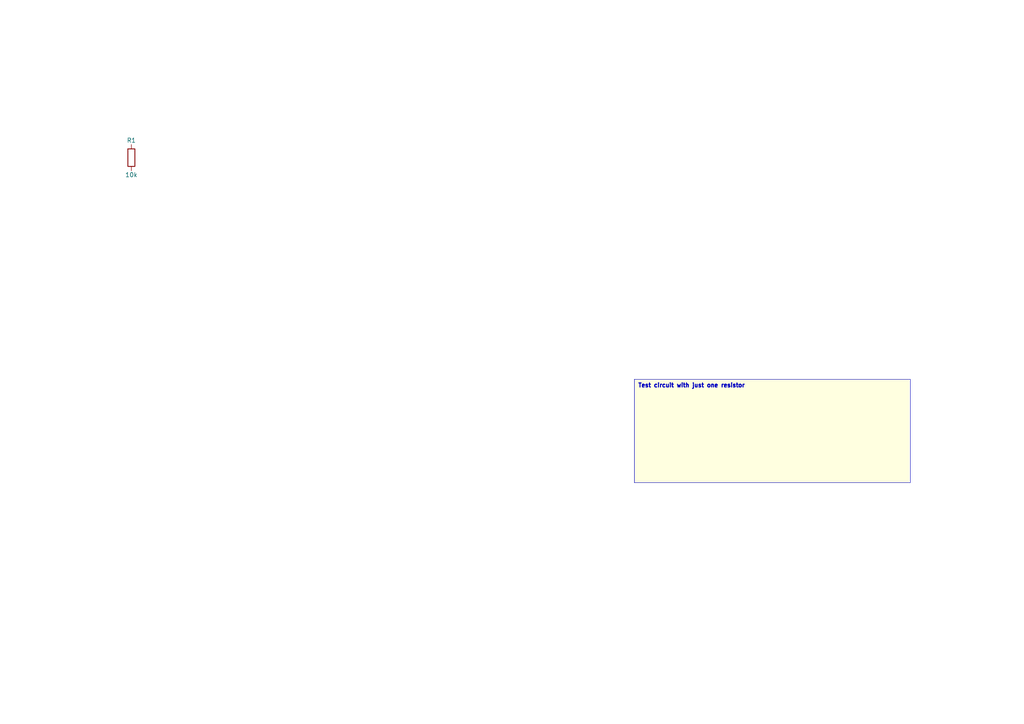
<source format=kicad_sch>
(kicad_sch (version 20250114) (generator "kicad_api") (generator_version 9.0)
  (paper A4)
  (paper A4)
  (lib_symbols
    (symbol "Device:R" (pin_numbers hide) (pin_names (offset 0.254))
      (property "Reference" "R" (at 0.0 0.0 0))
      (property "Value" "R" (at 0.0 0.0 0))
      (symbol "R_0_1"
        (rectangle (start -1.016 -2.54) (end 1.016 2.54) (stroke (width 0.254)))
      )
      (symbol "R_1_1"
        (pin passive line (at 0.0 3.81 270) (length 1.27) (name ~) (number "1"))
        (pin passive line (at 0.0 -3.81 90) (length 1.27) (name ~) (number "2"))
      )
    )
  )
  (title_block (title singe_resistor_generated) (date 2025-08-04) (company Circuit-Synth))
  (symbol (lib_id Device:R) (at 38.1 45.72 0)
    (property "Reference" "R1" (at 38.1 40.72 0))
    (property "Value" "10k" (at 38.1 50.72 0))
    (property "Footprint" "Resistor_SMD:R_0603_1608Metric" (effects (hide yes)))
    (instances (project "circuit" (path "" (reference R1) (unit 1))) (project "single_resistor_generated" (path "" (reference R1) (unit 1))))
  )
  (text_box "Test circuit with just one resistor" (exclude_from_sim yes) (at 184.0 110.0 0) (size 80.0 30.0) (margins 1.0 1.0 1.0 1.0) (stroke (width 0.1)) (fill (type color) (color 255 255 224 1)) (effects (font (size 1.2 1.2) (thickness 0.254)) (justify left top)))
  (text_box "Test circuit with just one resistor" (exclude_from_sim yes) (at 184.0 110.0 0) (size 80.0 30.0) (margins 1.0 1.0 1.0 1.0) (stroke (width 0.1)) (fill (type color) (color 255 255 224 1)) (effects (font (size 1.2 1.2) (thickness 0.254)) (justify left top)))
)
</source>
